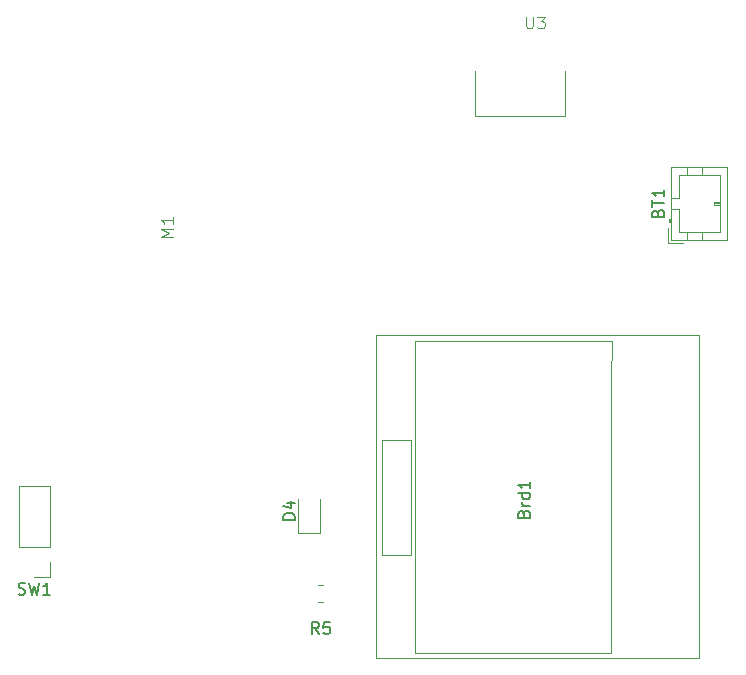
<source format=gbr>
%TF.GenerationSoftware,KiCad,Pcbnew,8.0.8*%
%TF.CreationDate,2025-02-12T17:19:00-08:00*%
%TF.ProjectId,Lab3v2,4c616233-7632-42e6-9b69-6361645f7063,V1*%
%TF.SameCoordinates,Original*%
%TF.FileFunction,Legend,Top*%
%TF.FilePolarity,Positive*%
%FSLAX46Y46*%
G04 Gerber Fmt 4.6, Leading zero omitted, Abs format (unit mm)*
G04 Created by KiCad (PCBNEW 8.0.8) date 2025-02-12 17:19:00*
%MOMM*%
%LPD*%
G01*
G04 APERTURE LIST*
%ADD10C,0.150000*%
%ADD11C,0.100000*%
%ADD12C,0.120000*%
G04 APERTURE END LIST*
D10*
X107916667Y-118067200D02*
X108059524Y-118114819D01*
X108059524Y-118114819D02*
X108297619Y-118114819D01*
X108297619Y-118114819D02*
X108392857Y-118067200D01*
X108392857Y-118067200D02*
X108440476Y-118019580D01*
X108440476Y-118019580D02*
X108488095Y-117924342D01*
X108488095Y-117924342D02*
X108488095Y-117829104D01*
X108488095Y-117829104D02*
X108440476Y-117733866D01*
X108440476Y-117733866D02*
X108392857Y-117686247D01*
X108392857Y-117686247D02*
X108297619Y-117638628D01*
X108297619Y-117638628D02*
X108107143Y-117591009D01*
X108107143Y-117591009D02*
X108011905Y-117543390D01*
X108011905Y-117543390D02*
X107964286Y-117495771D01*
X107964286Y-117495771D02*
X107916667Y-117400533D01*
X107916667Y-117400533D02*
X107916667Y-117305295D01*
X107916667Y-117305295D02*
X107964286Y-117210057D01*
X107964286Y-117210057D02*
X108011905Y-117162438D01*
X108011905Y-117162438D02*
X108107143Y-117114819D01*
X108107143Y-117114819D02*
X108345238Y-117114819D01*
X108345238Y-117114819D02*
X108488095Y-117162438D01*
X108821429Y-117114819D02*
X109059524Y-118114819D01*
X109059524Y-118114819D02*
X109250000Y-117400533D01*
X109250000Y-117400533D02*
X109440476Y-118114819D01*
X109440476Y-118114819D02*
X109678572Y-117114819D01*
X110583333Y-118114819D02*
X110011905Y-118114819D01*
X110297619Y-118114819D02*
X110297619Y-117114819D01*
X110297619Y-117114819D02*
X110202381Y-117257676D01*
X110202381Y-117257676D02*
X110107143Y-117352914D01*
X110107143Y-117352914D02*
X110011905Y-117400533D01*
X131304819Y-111763094D02*
X130304819Y-111763094D01*
X130304819Y-111763094D02*
X130304819Y-111524999D01*
X130304819Y-111524999D02*
X130352438Y-111382142D01*
X130352438Y-111382142D02*
X130447676Y-111286904D01*
X130447676Y-111286904D02*
X130542914Y-111239285D01*
X130542914Y-111239285D02*
X130733390Y-111191666D01*
X130733390Y-111191666D02*
X130876247Y-111191666D01*
X130876247Y-111191666D02*
X131066723Y-111239285D01*
X131066723Y-111239285D02*
X131161961Y-111286904D01*
X131161961Y-111286904D02*
X131257200Y-111382142D01*
X131257200Y-111382142D02*
X131304819Y-111524999D01*
X131304819Y-111524999D02*
X131304819Y-111763094D01*
X130638152Y-110334523D02*
X131304819Y-110334523D01*
X130257200Y-110572618D02*
X130971485Y-110810713D01*
X130971485Y-110810713D02*
X130971485Y-110191666D01*
X150685009Y-111266666D02*
X150732628Y-111123809D01*
X150732628Y-111123809D02*
X150780247Y-111076190D01*
X150780247Y-111076190D02*
X150875485Y-111028571D01*
X150875485Y-111028571D02*
X151018342Y-111028571D01*
X151018342Y-111028571D02*
X151113580Y-111076190D01*
X151113580Y-111076190D02*
X151161200Y-111123809D01*
X151161200Y-111123809D02*
X151208819Y-111219047D01*
X151208819Y-111219047D02*
X151208819Y-111599999D01*
X151208819Y-111599999D02*
X150208819Y-111599999D01*
X150208819Y-111599999D02*
X150208819Y-111266666D01*
X150208819Y-111266666D02*
X150256438Y-111171428D01*
X150256438Y-111171428D02*
X150304057Y-111123809D01*
X150304057Y-111123809D02*
X150399295Y-111076190D01*
X150399295Y-111076190D02*
X150494533Y-111076190D01*
X150494533Y-111076190D02*
X150589771Y-111123809D01*
X150589771Y-111123809D02*
X150637390Y-111171428D01*
X150637390Y-111171428D02*
X150685009Y-111266666D01*
X150685009Y-111266666D02*
X150685009Y-111599999D01*
X151208819Y-110599999D02*
X150542152Y-110599999D01*
X150732628Y-110599999D02*
X150637390Y-110552380D01*
X150637390Y-110552380D02*
X150589771Y-110504761D01*
X150589771Y-110504761D02*
X150542152Y-110409523D01*
X150542152Y-110409523D02*
X150542152Y-110314285D01*
X151208819Y-109552380D02*
X150208819Y-109552380D01*
X151161200Y-109552380D02*
X151208819Y-109647618D01*
X151208819Y-109647618D02*
X151208819Y-109838094D01*
X151208819Y-109838094D02*
X151161200Y-109933332D01*
X151161200Y-109933332D02*
X151113580Y-109980951D01*
X151113580Y-109980951D02*
X151018342Y-110028570D01*
X151018342Y-110028570D02*
X150732628Y-110028570D01*
X150732628Y-110028570D02*
X150637390Y-109980951D01*
X150637390Y-109980951D02*
X150589771Y-109933332D01*
X150589771Y-109933332D02*
X150542152Y-109838094D01*
X150542152Y-109838094D02*
X150542152Y-109647618D01*
X150542152Y-109647618D02*
X150589771Y-109552380D01*
X151208819Y-108552380D02*
X151208819Y-109123808D01*
X151208819Y-108838094D02*
X150208819Y-108838094D01*
X150208819Y-108838094D02*
X150351676Y-108933332D01*
X150351676Y-108933332D02*
X150446914Y-109028570D01*
X150446914Y-109028570D02*
X150494533Y-109123808D01*
D11*
X120957419Y-87809523D02*
X119957419Y-87809523D01*
X119957419Y-87809523D02*
X120671704Y-87476190D01*
X120671704Y-87476190D02*
X119957419Y-87142857D01*
X119957419Y-87142857D02*
X120957419Y-87142857D01*
X120957419Y-86142857D02*
X120957419Y-86714285D01*
X120957419Y-86428571D02*
X119957419Y-86428571D01*
X119957419Y-86428571D02*
X120100276Y-86523809D01*
X120100276Y-86523809D02*
X120195514Y-86619047D01*
X120195514Y-86619047D02*
X120243133Y-86714285D01*
D10*
X133333333Y-121454819D02*
X133000000Y-120978628D01*
X132761905Y-121454819D02*
X132761905Y-120454819D01*
X132761905Y-120454819D02*
X133142857Y-120454819D01*
X133142857Y-120454819D02*
X133238095Y-120502438D01*
X133238095Y-120502438D02*
X133285714Y-120550057D01*
X133285714Y-120550057D02*
X133333333Y-120645295D01*
X133333333Y-120645295D02*
X133333333Y-120788152D01*
X133333333Y-120788152D02*
X133285714Y-120883390D01*
X133285714Y-120883390D02*
X133238095Y-120931009D01*
X133238095Y-120931009D02*
X133142857Y-120978628D01*
X133142857Y-120978628D02*
X132761905Y-120978628D01*
X134238095Y-120454819D02*
X133761905Y-120454819D01*
X133761905Y-120454819D02*
X133714286Y-120931009D01*
X133714286Y-120931009D02*
X133761905Y-120883390D01*
X133761905Y-120883390D02*
X133857143Y-120835771D01*
X133857143Y-120835771D02*
X134095238Y-120835771D01*
X134095238Y-120835771D02*
X134190476Y-120883390D01*
X134190476Y-120883390D02*
X134238095Y-120931009D01*
X134238095Y-120931009D02*
X134285714Y-121026247D01*
X134285714Y-121026247D02*
X134285714Y-121264342D01*
X134285714Y-121264342D02*
X134238095Y-121359580D01*
X134238095Y-121359580D02*
X134190476Y-121407200D01*
X134190476Y-121407200D02*
X134095238Y-121454819D01*
X134095238Y-121454819D02*
X133857143Y-121454819D01*
X133857143Y-121454819D02*
X133761905Y-121407200D01*
X133761905Y-121407200D02*
X133714286Y-121359580D01*
D11*
X150888095Y-69177419D02*
X150888095Y-69986942D01*
X150888095Y-69986942D02*
X150935714Y-70082180D01*
X150935714Y-70082180D02*
X150983333Y-70129800D01*
X150983333Y-70129800D02*
X151078571Y-70177419D01*
X151078571Y-70177419D02*
X151269047Y-70177419D01*
X151269047Y-70177419D02*
X151364285Y-70129800D01*
X151364285Y-70129800D02*
X151411904Y-70082180D01*
X151411904Y-70082180D02*
X151459523Y-69986942D01*
X151459523Y-69986942D02*
X151459523Y-69177419D01*
X151840476Y-69177419D02*
X152459523Y-69177419D01*
X152459523Y-69177419D02*
X152126190Y-69558371D01*
X152126190Y-69558371D02*
X152269047Y-69558371D01*
X152269047Y-69558371D02*
X152364285Y-69605990D01*
X152364285Y-69605990D02*
X152411904Y-69653609D01*
X152411904Y-69653609D02*
X152459523Y-69748847D01*
X152459523Y-69748847D02*
X152459523Y-69986942D01*
X152459523Y-69986942D02*
X152411904Y-70082180D01*
X152411904Y-70082180D02*
X152364285Y-70129800D01*
X152364285Y-70129800D02*
X152269047Y-70177419D01*
X152269047Y-70177419D02*
X151983333Y-70177419D01*
X151983333Y-70177419D02*
X151888095Y-70129800D01*
X151888095Y-70129800D02*
X151840476Y-70082180D01*
D10*
X162031009Y-85785714D02*
X162078628Y-85642857D01*
X162078628Y-85642857D02*
X162126247Y-85595238D01*
X162126247Y-85595238D02*
X162221485Y-85547619D01*
X162221485Y-85547619D02*
X162364342Y-85547619D01*
X162364342Y-85547619D02*
X162459580Y-85595238D01*
X162459580Y-85595238D02*
X162507200Y-85642857D01*
X162507200Y-85642857D02*
X162554819Y-85738095D01*
X162554819Y-85738095D02*
X162554819Y-86119047D01*
X162554819Y-86119047D02*
X161554819Y-86119047D01*
X161554819Y-86119047D02*
X161554819Y-85785714D01*
X161554819Y-85785714D02*
X161602438Y-85690476D01*
X161602438Y-85690476D02*
X161650057Y-85642857D01*
X161650057Y-85642857D02*
X161745295Y-85595238D01*
X161745295Y-85595238D02*
X161840533Y-85595238D01*
X161840533Y-85595238D02*
X161935771Y-85642857D01*
X161935771Y-85642857D02*
X161983390Y-85690476D01*
X161983390Y-85690476D02*
X162031009Y-85785714D01*
X162031009Y-85785714D02*
X162031009Y-86119047D01*
X161554819Y-85261904D02*
X161554819Y-84690476D01*
X162554819Y-84976190D02*
X161554819Y-84976190D01*
X162554819Y-83833333D02*
X162554819Y-84404761D01*
X162554819Y-84119047D02*
X161554819Y-84119047D01*
X161554819Y-84119047D02*
X161697676Y-84214285D01*
X161697676Y-84214285D02*
X161792914Y-84309523D01*
X161792914Y-84309523D02*
X161840533Y-84404761D01*
D12*
%TO.C,SW1*%
X110580000Y-116660000D02*
X109250000Y-116660000D01*
X110580000Y-115330000D02*
X110580000Y-116660000D01*
X110580000Y-114060000D02*
X110580000Y-108920000D01*
X110580000Y-114060000D02*
X107920000Y-114060000D01*
X110580000Y-108920000D02*
X107920000Y-108920000D01*
X107920000Y-114060000D02*
X107920000Y-108920000D01*
%TO.C,D4*%
X131540000Y-110025000D02*
X131540000Y-112885000D01*
X133460000Y-112885000D02*
X133460000Y-110025000D01*
X131540000Y-112885000D02*
X133460000Y-112885000D01*
%TO.C,Brd1*%
X138200000Y-123500000D02*
X138200000Y-96100000D01*
X165500000Y-123500000D02*
X138200000Y-123500000D01*
X141495000Y-123078000D02*
X141495000Y-99978000D01*
X158095000Y-123078000D02*
X141495000Y-123078000D01*
X138689000Y-114799000D02*
X141102000Y-114799000D01*
X138689000Y-114799000D02*
X138689000Y-105020000D01*
X138689000Y-105020000D02*
X141102000Y-105020000D01*
X141102000Y-105020000D02*
X141102000Y-114799000D01*
X141495000Y-99978000D02*
X141495000Y-96892000D01*
X158095000Y-99978000D02*
X158095000Y-123078000D01*
X158095000Y-99978000D02*
X158120000Y-96638000D01*
X141483000Y-96638000D02*
X141495000Y-96892000D01*
X158120000Y-96638000D02*
X141483000Y-96638000D01*
X138200000Y-96100000D02*
X165500000Y-96100000D01*
X165500000Y-96100000D02*
X165500000Y-123500000D01*
%TO.C,R5*%
X133272936Y-117265000D02*
X133727064Y-117265000D01*
X133272936Y-118735000D02*
X133727064Y-118735000D01*
D11*
%TO.C,U3*%
X146570000Y-73760000D02*
X146570000Y-77570000D01*
X146570000Y-77570000D02*
X154190000Y-77570000D01*
X154190000Y-77570000D02*
X154190000Y-73760000D01*
D12*
%TO.C,BT1*%
X167910000Y-81940000D02*
X163190000Y-81940000D01*
X165800000Y-81940000D02*
X165800000Y-82550000D01*
X164500000Y-81940000D02*
X164500000Y-82550000D01*
X163190000Y-81940000D02*
X163190000Y-88060000D01*
X167300000Y-82550000D02*
X163800000Y-82550000D01*
X163800000Y-82550000D02*
X163800000Y-84500000D01*
X163800000Y-84500000D02*
X163190000Y-84500000D01*
X166800000Y-84900000D02*
X167300000Y-84900000D01*
X167300000Y-85000000D02*
X166800000Y-85000000D01*
X167300000Y-85100000D02*
X166800000Y-85100000D01*
X166800000Y-85100000D02*
X166800000Y-84900000D01*
X163800000Y-85500000D02*
X163800000Y-87450000D01*
X163190000Y-85500000D02*
X163800000Y-85500000D01*
X163190000Y-86300000D02*
X162990000Y-86300000D01*
X163090000Y-86300000D02*
X163090000Y-86600000D01*
X162990000Y-86300000D02*
X162990000Y-86600000D01*
X162990000Y-86600000D02*
X163190000Y-86600000D01*
X162890000Y-87110000D02*
X162890000Y-88360000D01*
X167300000Y-87450000D02*
X167300000Y-82550000D01*
X163800000Y-87450000D02*
X167300000Y-87450000D01*
X167910000Y-88060000D02*
X167910000Y-81940000D01*
X165800000Y-88060000D02*
X165800000Y-87450000D01*
X164500000Y-88060000D02*
X164500000Y-87450000D01*
X163190000Y-88060000D02*
X167910000Y-88060000D01*
X162890000Y-88360000D02*
X164140000Y-88360000D01*
%TD*%
M02*

</source>
